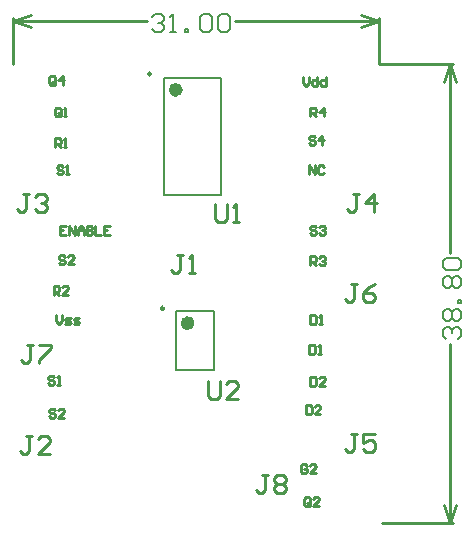
<source format=gto>
G04*
G04 #@! TF.GenerationSoftware,Altium Limited,Altium Designer,18.1.9 (240)*
G04*
G04 Layer_Color=65535*
%FSLAX25Y25*%
%MOIN*%
G70*
G01*
G75*
%ADD10C,0.00984*%
%ADD11C,0.02362*%
%ADD12C,0.01000*%
%ADD13C,0.00787*%
%ADD14C,0.00600*%
D10*
X50394Y116752D02*
G03*
X50394Y116752I-492J0D01*
G01*
X46063Y194862D02*
G03*
X46063Y194862I-492J0D01*
G01*
D11*
X59449Y111811D02*
G03*
X59449Y111811I-1181J0D01*
G01*
X55512Y189567D02*
G03*
X55512Y189567I-1181J0D01*
G01*
D12*
X122047Y198047D02*
X146669D01*
X123244Y45276D02*
X146669D01*
X145669Y135157D02*
Y198047D01*
Y45276D02*
Y104966D01*
X143669Y192047D02*
X145669Y198047D01*
X147669Y192047D01*
X145669Y45276D02*
X147669Y51276D01*
X143669D02*
X145669Y45276D01*
X122047Y198047D02*
Y213598D01*
X0Y198047D02*
Y213598D01*
X74019Y212598D02*
X122047D01*
X0D02*
X44828D01*
X116047Y214598D02*
X122047Y212598D01*
X116047Y210598D02*
X122047Y212598D01*
X0D02*
X6000Y210598D01*
X0Y212598D02*
X6000Y214598D01*
X96649Y193897D02*
Y191929D01*
X97633Y190945D01*
X98617Y191929D01*
Y193897D01*
X101568D02*
Y190945D01*
X100093D01*
X99601Y191437D01*
Y192421D01*
X100093Y192913D01*
X101568D01*
X104520Y193897D02*
Y190945D01*
X103044D01*
X102552Y191437D01*
Y192421D01*
X103044Y192913D01*
X104520D01*
X99207Y180709D02*
Y183660D01*
X100683D01*
X101175Y183168D01*
Y182185D01*
X100683Y181693D01*
X99207D01*
X100191D02*
X101175Y180709D01*
X103635D02*
Y183660D01*
X102159Y182185D01*
X104127D01*
X100781Y173720D02*
X100289Y174212D01*
X99305D01*
X98813Y173720D01*
Y173228D01*
X99305Y172736D01*
X100289D01*
X100781Y172244D01*
Y171752D01*
X100289Y171260D01*
X99305D01*
X98813Y171752D01*
X103241Y171260D02*
Y174212D01*
X101765Y172736D01*
X103733D01*
X98813Y161417D02*
Y164369D01*
X100781Y161417D01*
Y164369D01*
X103733Y163877D02*
X103241Y164369D01*
X102257D01*
X101765Y163877D01*
Y161909D01*
X102257Y161417D01*
X103241D01*
X103733Y161909D01*
X101175Y143798D02*
X100683Y144290D01*
X99699D01*
X99207Y143798D01*
Y143306D01*
X99699Y142815D01*
X100683D01*
X101175Y142323D01*
Y141831D01*
X100683Y141339D01*
X99699D01*
X99207Y141831D01*
X102159Y143798D02*
X102651Y144290D01*
X103635D01*
X104127Y143798D01*
Y143306D01*
X103635Y142815D01*
X103143D01*
X103635D01*
X104127Y142323D01*
Y141831D01*
X103635Y141339D01*
X102651D01*
X102159Y141831D01*
X99207Y131102D02*
Y134054D01*
X100683D01*
X101175Y133562D01*
Y132578D01*
X100683Y132086D01*
X99207D01*
X100191D02*
X101175Y131102D01*
X102159Y133562D02*
X102651Y134054D01*
X103635D01*
X104127Y133562D01*
Y133070D01*
X103635Y132578D01*
X103143D01*
X103635D01*
X104127Y132086D01*
Y131594D01*
X103635Y131102D01*
X102651D01*
X102159Y131594D01*
X99207Y114448D02*
Y111496D01*
X100683D01*
X101175Y111988D01*
Y113956D01*
X100683Y114448D01*
X99207D01*
X102159Y111496D02*
X103143D01*
X102651D01*
Y114448D01*
X102159Y113956D01*
X98813Y104527D02*
Y101575D01*
X100289D01*
X100781Y102067D01*
Y104035D01*
X100289Y104527D01*
X98813D01*
X101765Y101575D02*
X102749D01*
X102257D01*
Y104527D01*
X101765Y104035D01*
X99207Y93897D02*
Y90945D01*
X100683D01*
X101175Y91437D01*
Y93405D01*
X100683Y93897D01*
X99207D01*
X104127Y90945D02*
X102159D01*
X104127Y92913D01*
Y93405D01*
X103635Y93897D01*
X102651D01*
X102159Y93405D01*
X97632Y84448D02*
Y81496D01*
X99108D01*
X99600Y81988D01*
Y83956D01*
X99108Y84448D01*
X97632D01*
X102552Y81496D02*
X100584D01*
X102552Y83464D01*
Y83956D01*
X102060Y84448D01*
X101076D01*
X100584Y83956D01*
X98025Y64271D02*
X97533Y64763D01*
X96549D01*
X96057Y64271D01*
Y62303D01*
X96549Y61811D01*
X97533D01*
X98025Y62303D01*
Y63287D01*
X97041D01*
X100977Y61811D02*
X99009D01*
X100977Y63779D01*
Y64271D01*
X100485Y64763D01*
X99501D01*
X99009Y64271D01*
X99206Y51279D02*
Y53247D01*
X98714Y53739D01*
X97730D01*
X97238Y53247D01*
Y51279D01*
X97730Y50787D01*
X98714D01*
X98222Y51771D02*
X99206Y50787D01*
X98714D02*
X99206Y51279D01*
X102158Y50787D02*
X100190D01*
X102158Y52755D01*
Y53247D01*
X101666Y53739D01*
X100682D01*
X100190Y53247D01*
X14173Y82775D02*
X13681Y83267D01*
X12697D01*
X12205Y82775D01*
Y82283D01*
X12697Y81791D01*
X13681D01*
X14173Y81299D01*
Y80807D01*
X13681Y80315D01*
X12697D01*
X12205Y80807D01*
X17124Y80315D02*
X15157D01*
X17124Y82283D01*
Y82775D01*
X16632Y83267D01*
X15649D01*
X15157Y82775D01*
X13779Y93798D02*
X13287Y94290D01*
X12303D01*
X11811Y93798D01*
Y93306D01*
X12303Y92814D01*
X13287D01*
X13779Y92322D01*
Y91831D01*
X13287Y91339D01*
X12303D01*
X11811Y91831D01*
X14763Y91339D02*
X15747D01*
X15255D01*
Y94290D01*
X14763Y93798D01*
X14369Y114448D02*
Y112480D01*
X15353Y111496D01*
X16337Y112480D01*
Y114448D01*
X17321Y111496D02*
X18797D01*
X19289Y111988D01*
X18797Y112480D01*
X17813D01*
X17321Y112972D01*
X17813Y113464D01*
X19289D01*
X20273Y111496D02*
X21749D01*
X22241Y111988D01*
X21749Y112480D01*
X20765D01*
X20273Y112972D01*
X20765Y113464D01*
X22241D01*
X13582Y121260D02*
Y124212D01*
X15058D01*
X15550Y123720D01*
Y122736D01*
X15058Y122244D01*
X13582D01*
X14566D02*
X15550Y121260D01*
X18501D02*
X16533D01*
X18501Y123228D01*
Y123720D01*
X18009Y124212D01*
X17026D01*
X16533Y123720D01*
X17320Y133956D02*
X16828Y134448D01*
X15844D01*
X15352Y133956D01*
Y133464D01*
X15844Y132972D01*
X16828D01*
X17320Y132480D01*
Y131988D01*
X16828Y131496D01*
X15844D01*
X15352Y131988D01*
X20272Y131496D02*
X18304D01*
X20272Y133464D01*
Y133956D01*
X19780Y134448D01*
X18796D01*
X18304Y133956D01*
X17714Y144290D02*
X15746D01*
Y141339D01*
X17714D01*
X15746Y142815D02*
X16730D01*
X18698Y141339D02*
Y144290D01*
X20666Y141339D01*
Y144290D01*
X21650Y141339D02*
Y143306D01*
X22634Y144290D01*
X23618Y143306D01*
Y141339D01*
Y142815D01*
X21650D01*
X24602Y144290D02*
Y141339D01*
X26077D01*
X26569Y141831D01*
Y142323D01*
X26077Y142815D01*
X24602D01*
X26077D01*
X26569Y143306D01*
Y143798D01*
X26077Y144290D01*
X24602D01*
X27553D02*
Y141339D01*
X29521D01*
X32473Y144290D02*
X30505D01*
Y141339D01*
X32473D01*
X30505Y142815D02*
X31489D01*
X16731Y163956D02*
X16239Y164448D01*
X15255D01*
X14763Y163956D01*
Y163464D01*
X15255Y162972D01*
X16239D01*
X16731Y162480D01*
Y161988D01*
X16239Y161496D01*
X15255D01*
X14763Y161988D01*
X17715Y161496D02*
X18699D01*
X18207D01*
Y164448D01*
X17715Y163956D01*
X13975Y170472D02*
Y173424D01*
X15451D01*
X15943Y172932D01*
Y171948D01*
X15451Y171456D01*
X13975D01*
X14959D02*
X15943Y170472D01*
X16927D02*
X17911D01*
X17419D01*
Y173424D01*
X16927Y172932D01*
X15943Y181201D02*
Y183168D01*
X15451Y183660D01*
X14467D01*
X13975Y183168D01*
Y181201D01*
X14467Y180709D01*
X15451D01*
X14959Y181693D02*
X15943Y180709D01*
X15451D02*
X15943Y181201D01*
X16927Y180709D02*
X17911D01*
X17419D01*
Y183660D01*
X16927Y183168D01*
X14173Y191831D02*
Y193798D01*
X13681Y194290D01*
X12697D01*
X12205Y193798D01*
Y191831D01*
X12697Y191339D01*
X13681D01*
X13189Y192323D02*
X14173Y191339D01*
X13681D02*
X14173Y191831D01*
X16632Y191339D02*
Y194290D01*
X15157Y192815D01*
X17124D01*
X85101Y61116D02*
X83102D01*
X84101D01*
Y56118D01*
X83102Y55118D01*
X82102D01*
X81102Y56118D01*
X87100Y60116D02*
X88100Y61116D01*
X90100D01*
X91099Y60116D01*
Y59117D01*
X90100Y58117D01*
X91099Y57117D01*
Y56118D01*
X90100Y55118D01*
X88100D01*
X87100Y56118D01*
Y57117D01*
X88100Y58117D01*
X87100Y59117D01*
Y60116D01*
X88100Y58117D02*
X90100D01*
X64961Y92612D02*
Y87614D01*
X65960Y86614D01*
X67960D01*
X68959Y87614D01*
Y92612D01*
X74957Y86614D02*
X70959D01*
X74957Y90613D01*
Y91612D01*
X73958Y92612D01*
X71958D01*
X70959Y91612D01*
X56755Y134344D02*
X54755D01*
X55755D01*
Y129346D01*
X54755Y128347D01*
X53756D01*
X52756Y129346D01*
X58754Y128347D02*
X60753D01*
X59754D01*
Y134344D01*
X58754Y133345D01*
X67323Y151667D02*
Y146669D01*
X68322Y145669D01*
X70322D01*
X71321Y146669D01*
Y151667D01*
X73321Y145669D02*
X75320D01*
X74321D01*
Y151667D01*
X73321Y150668D01*
X6755Y104404D02*
X4755D01*
X5755D01*
Y99405D01*
X4755Y98405D01*
X3756D01*
X2756Y99405D01*
X8754Y104404D02*
X12753D01*
Y103404D01*
X8754Y99405D01*
Y98405D01*
X6361Y74108D02*
X4361D01*
X5361D01*
Y69110D01*
X4361Y68110D01*
X3362D01*
X2362Y69110D01*
X12359Y68110D02*
X8360D01*
X12359Y72109D01*
Y73109D01*
X11359Y74108D01*
X9360D01*
X8360Y73109D01*
X5573Y154817D02*
X3574D01*
X4574D01*
Y149819D01*
X3574Y148819D01*
X2575D01*
X1575Y149819D01*
X7573Y153817D02*
X8573Y154817D01*
X10572D01*
X11572Y153817D01*
Y152818D01*
X10572Y151818D01*
X9572D01*
X10572D01*
X11572Y150818D01*
Y149819D01*
X10572Y148819D01*
X8573D01*
X7573Y149819D01*
X115416Y154817D02*
X113417D01*
X114416D01*
Y149819D01*
X113417Y148819D01*
X112417D01*
X111417Y149819D01*
X120414Y148819D02*
Y154817D01*
X117415Y151818D01*
X121414D01*
X114629Y124896D02*
X112629D01*
X113629D01*
Y119897D01*
X112629Y118898D01*
X111630D01*
X110630Y119897D01*
X120627Y124896D02*
X118627Y123896D01*
X116628Y121897D01*
Y119897D01*
X117628Y118898D01*
X119627D01*
X120627Y119897D01*
Y120897D01*
X119627Y121897D01*
X116628D01*
X114629Y74896D02*
X112629D01*
X113629D01*
Y69897D01*
X112629Y68898D01*
X111630D01*
X110630Y69897D01*
X120627Y74896D02*
X116628D01*
Y71897D01*
X118627Y72896D01*
X119627D01*
X120627Y71897D01*
Y69897D01*
X119627Y68898D01*
X117628D01*
X116628Y69897D01*
D13*
X54331Y96063D02*
Y115748D01*
X66929Y96063D02*
Y115748D01*
X54331D02*
X66929D01*
X54331Y96063D02*
X66929D01*
X50394Y154528D02*
Y193504D01*
X69291Y154528D02*
Y193504D01*
X50394D02*
X69291D01*
X50394Y154528D02*
X69291D01*
D14*
X144270Y106566D02*
X143270Y107565D01*
Y109565D01*
X144270Y110564D01*
X145270D01*
X146269Y109565D01*
Y108565D01*
Y109565D01*
X147269Y110564D01*
X148269D01*
X149268Y109565D01*
Y107565D01*
X148269Y106566D01*
X144270Y112564D02*
X143270Y113564D01*
Y115563D01*
X144270Y116563D01*
X145270D01*
X146269Y115563D01*
X147269Y116563D01*
X148269D01*
X149268Y115563D01*
Y113564D01*
X148269Y112564D01*
X147269D01*
X146269Y113564D01*
X145270Y112564D01*
X144270D01*
X146269Y113564D02*
Y115563D01*
X149268Y118562D02*
X148269D01*
Y119562D01*
X149268D01*
Y118562D01*
X144270Y123560D02*
X143270Y124560D01*
Y126559D01*
X144270Y127559D01*
X145270D01*
X146269Y126559D01*
X147269Y127559D01*
X148269D01*
X149268Y126559D01*
Y124560D01*
X148269Y123560D01*
X147269D01*
X146269Y124560D01*
X145270Y123560D01*
X144270D01*
X146269Y124560D02*
Y126559D01*
X144270Y129558D02*
X143270Y130558D01*
Y132557D01*
X144270Y133557D01*
X148269D01*
X149268Y132557D01*
Y130558D01*
X148269Y129558D01*
X144270D01*
X46428Y213998D02*
X47427Y214998D01*
X49427D01*
X50427Y213998D01*
Y212998D01*
X49427Y211998D01*
X48427D01*
X49427D01*
X50427Y210999D01*
Y209999D01*
X49427Y208999D01*
X47427D01*
X46428Y209999D01*
X52426Y208999D02*
X54425D01*
X53426D01*
Y214998D01*
X52426Y213998D01*
X57424Y208999D02*
Y209999D01*
X58424D01*
Y208999D01*
X57424D01*
X62423Y213998D02*
X63422Y214998D01*
X65422D01*
X66421Y213998D01*
Y209999D01*
X65422Y208999D01*
X63422D01*
X62423Y209999D01*
Y213998D01*
X68421D02*
X69420Y214998D01*
X71420D01*
X72419Y213998D01*
Y209999D01*
X71420Y208999D01*
X69420D01*
X68421Y209999D01*
Y213998D01*
M02*

</source>
